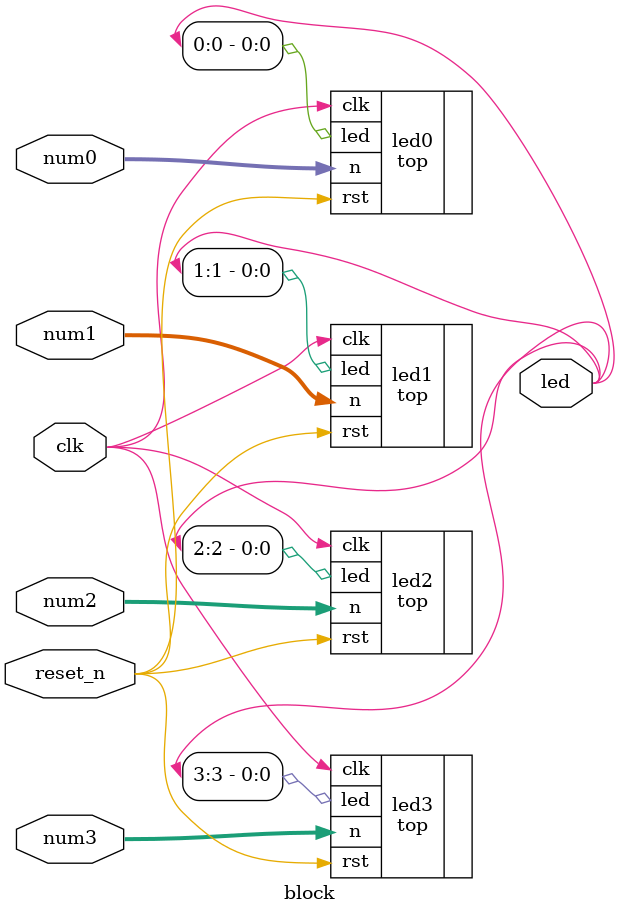
<source format=sv>
`timescale 1ns / 1ps


module block(
    input logic clk,
    input logic reset_n,
    input logic [15:0] num0,
    input logic [15:0] num1,
    input logic [15:0] num2,
    input logic [15:0] num3,
    output logic [3:0] led
    );
    
    top led0 (
    .clk(clk),
    .rst(reset_n),
    .n(num0),
    .led(led[0])
    );
    
    top led1 (
    .clk(clk),
    .rst(reset_n),
    .n(num1),
    .led(led[1])
    );
    
    top led2 (
    .clk(clk),
    .rst(reset_n),
    .n(num2),
    .led(led[2])
    );
    
    top led3 (
    .clk(clk),
    .rst(reset_n),
    .n(num3),
    .led(led[3])
    );
    
    
endmodule

</source>
